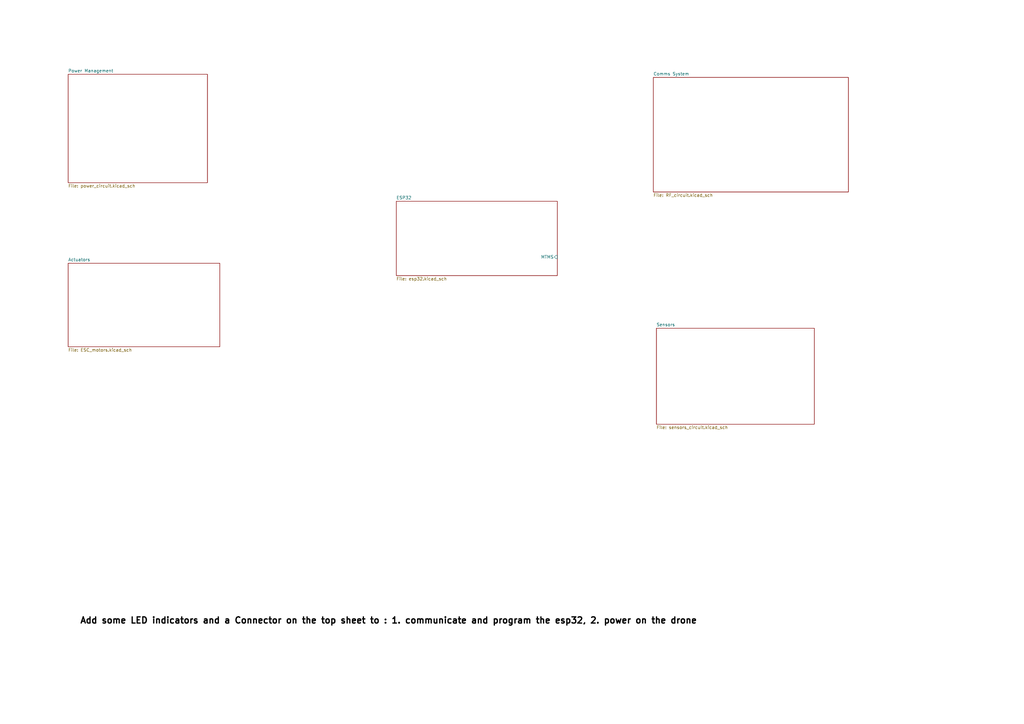
<source format=kicad_sch>
(kicad_sch
	(version 20250114)
	(generator "eeschema")
	(generator_version "9.0")
	(uuid "2b6165e2-6038-49be-a1b7-174ab2023d42")
	(paper "A3")
	(lib_symbols)
	(text "Add some LED indicators and a Connector on the top sheet to : 1. communicate and program the esp32, 2. power on the drone\n"
		(exclude_from_sim no)
		(at 159.385 254.635 0)
		(effects
			(font
				(size 2.54 2.54)
				(thickness 0.508)
				(bold yes)
				(color 0 0 0 1)
			)
		)
		(uuid "e3451c21-2672-415f-9673-964368853f4a")
	)
	(sheet
		(at 267.97 31.75)
		(size 80.01 46.99)
		(exclude_from_sim no)
		(in_bom yes)
		(on_board yes)
		(dnp no)
		(fields_autoplaced yes)
		(stroke
			(width 0.1524)
			(type solid)
		)
		(fill
			(color 0 0 0 0.0000)
		)
		(uuid "1dc35de0-9c0f-47b6-8fc2-6b9c6dde3360")
		(property "Sheetname" "Comms System"
			(at 267.97 31.0384 0)
			(effects
				(font
					(size 1.27 1.27)
				)
				(justify left bottom)
			)
		)
		(property "Sheetfile" "RF_circuit.kicad_sch"
			(at 267.97 79.3246 0)
			(effects
				(font
					(size 1.27 1.27)
				)
				(justify left top)
			)
		)
		(instances
			(project "ESP32-Drone"
				(path "/2b6165e2-6038-49be-a1b7-174ab2023d42"
					(page "6")
				)
			)
		)
	)
	(sheet
		(at 27.94 30.48)
		(size 57.15 44.45)
		(exclude_from_sim no)
		(in_bom yes)
		(on_board yes)
		(dnp no)
		(fields_autoplaced yes)
		(stroke
			(width 0.1524)
			(type solid)
		)
		(fill
			(color 0 0 0 0.0000)
		)
		(uuid "8207b3b3-ac5d-4554-805d-994ec0df0ada")
		(property "Sheetname" "Power Management"
			(at 27.94 29.7684 0)
			(effects
				(font
					(size 1.27 1.27)
				)
				(justify left bottom)
			)
		)
		(property "Sheetfile" "power_circuit.kicad_sch"
			(at 27.94 75.5146 0)
			(effects
				(font
					(size 1.27 1.27)
				)
				(justify left top)
			)
		)
		(instances
			(project "ESP32-Drone"
				(path "/2b6165e2-6038-49be-a1b7-174ab2023d42"
					(page "6")
				)
			)
		)
	)
	(sheet
		(at 162.56 82.55)
		(size 66.04 30.48)
		(exclude_from_sim no)
		(in_bom yes)
		(on_board yes)
		(dnp no)
		(fields_autoplaced yes)
		(stroke
			(width 0.1524)
			(type solid)
		)
		(fill
			(color 0 0 0 0.0000)
		)
		(uuid "8f001f97-68aa-4b07-b5f8-cc50eed823cf")
		(property "Sheetname" "ESP32"
			(at 162.56 81.8384 0)
			(effects
				(font
					(size 1.27 1.27)
				)
				(justify left bottom)
			)
		)
		(property "Sheetfile" "esp32.kicad_sch"
			(at 162.56 113.6146 0)
			(effects
				(font
					(size 1.27 1.27)
				)
				(justify left top)
			)
		)
		(pin "MTMS" input
			(at 228.6 105.41 0)
			(uuid "6e96970d-4517-4504-8a16-ab32f098109f")
			(effects
				(font
					(size 1.27 1.27)
				)
				(justify right)
			)
		)
		(instances
			(project "ESP32-Drone"
				(path "/2b6165e2-6038-49be-a1b7-174ab2023d42"
					(page "6")
				)
			)
		)
	)
	(sheet
		(at 269.24 134.62)
		(size 64.77 39.37)
		(exclude_from_sim no)
		(in_bom yes)
		(on_board yes)
		(dnp no)
		(fields_autoplaced yes)
		(stroke
			(width 0.1524)
			(type solid)
		)
		(fill
			(color 0 0 0 0.0000)
		)
		(uuid "e01dc768-0ee3-4879-b330-ecde0f6db60a")
		(property "Sheetname" "Sensors"
			(at 269.24 133.9084 0)
			(effects
				(font
					(size 1.27 1.27)
				)
				(justify left bottom)
			)
		)
		(property "Sheetfile" "sensors_circuit.kicad_sch"
			(at 269.24 174.5746 0)
			(effects
				(font
					(size 1.27 1.27)
				)
				(justify left top)
			)
		)
		(instances
			(project "ESP32-Drone"
				(path "/2b6165e2-6038-49be-a1b7-174ab2023d42"
					(page "7")
				)
			)
		)
	)
	(sheet
		(at 27.94 107.95)
		(size 62.23 34.29)
		(exclude_from_sim no)
		(in_bom yes)
		(on_board yes)
		(dnp no)
		(fields_autoplaced yes)
		(stroke
			(width 0.1524)
			(type solid)
		)
		(fill
			(color 0 0 0 0.0000)
		)
		(uuid "f584af08-08ff-4e53-9305-71aefc35f2e7")
		(property "Sheetname" "Actuators"
			(at 27.94 107.2384 0)
			(effects
				(font
					(size 1.27 1.27)
				)
				(justify left bottom)
			)
		)
		(property "Sheetfile" "ESC_motors.kicad_sch"
			(at 27.94 142.8246 0)
			(effects
				(font
					(size 1.27 1.27)
				)
				(justify left top)
			)
		)
		(instances
			(project "ESP32-Drone"
				(path "/2b6165e2-6038-49be-a1b7-174ab2023d42"
					(page "6")
				)
			)
		)
	)
	(sheet_instances
		(path "/"
			(page "1")
		)
	)
	(embedded_fonts no)
)

</source>
